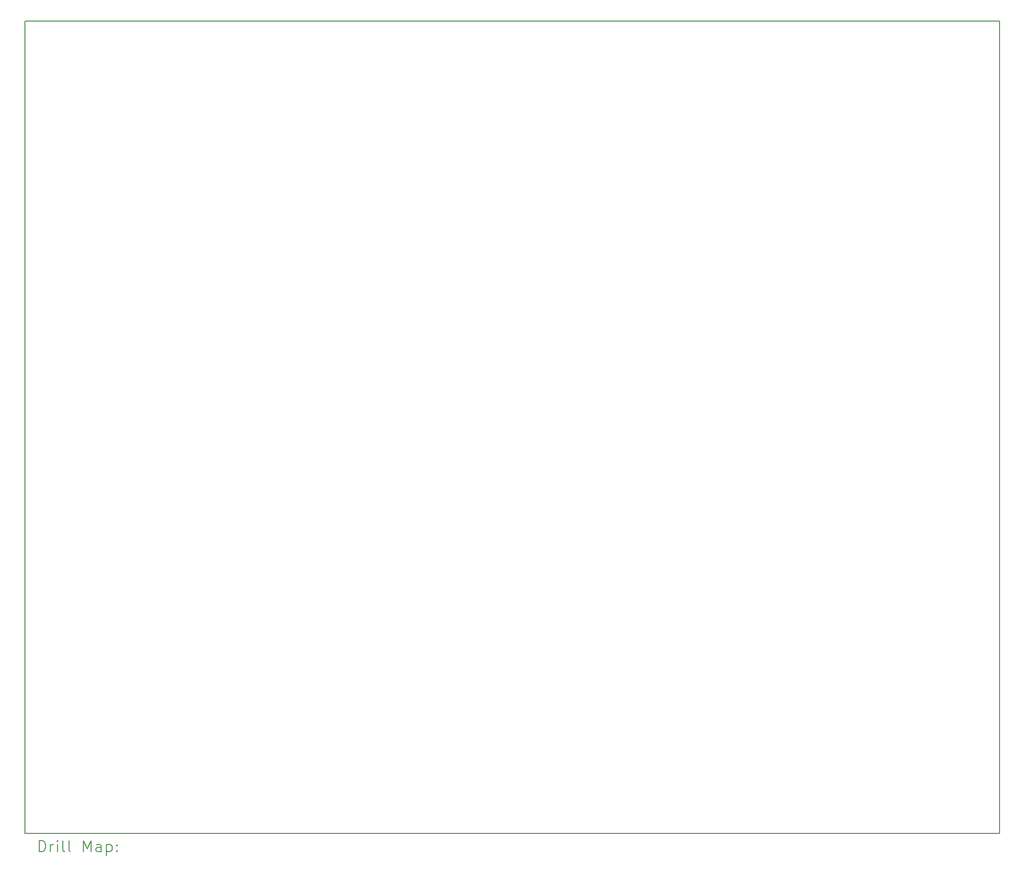
<source format=gbr>
%TF.GenerationSoftware,KiCad,Pcbnew,7.0.6*%
%TF.CreationDate,2024-10-30T10:37:01-05:00*%
%TF.ProjectId,AcCCS,41634343-532e-46b6-9963-61645f706362,rev?*%
%TF.SameCoordinates,Original*%
%TF.FileFunction,Drillmap*%
%TF.FilePolarity,Positive*%
%FSLAX45Y45*%
G04 Gerber Fmt 4.5, Leading zero omitted, Abs format (unit mm)*
G04 Created by KiCad (PCBNEW 7.0.6) date 2024-10-30 10:37:01*
%MOMM*%
%LPD*%
G01*
G04 APERTURE LIST*
%ADD10C,0.200000*%
G04 APERTURE END LIST*
D10*
X5588000Y-1382095D02*
X22796500Y-1382095D01*
X22796500Y-15733095D01*
X5588000Y-15733095D01*
X5588000Y-1382095D01*
X5838777Y-16054579D02*
X5838777Y-15854579D01*
X5838777Y-15854579D02*
X5886396Y-15854579D01*
X5886396Y-15854579D02*
X5914967Y-15864103D01*
X5914967Y-15864103D02*
X5934015Y-15883150D01*
X5934015Y-15883150D02*
X5943539Y-15902198D01*
X5943539Y-15902198D02*
X5953062Y-15940293D01*
X5953062Y-15940293D02*
X5953062Y-15968864D01*
X5953062Y-15968864D02*
X5943539Y-16006960D01*
X5943539Y-16006960D02*
X5934015Y-16026007D01*
X5934015Y-16026007D02*
X5914967Y-16045055D01*
X5914967Y-16045055D02*
X5886396Y-16054579D01*
X5886396Y-16054579D02*
X5838777Y-16054579D01*
X6038777Y-16054579D02*
X6038777Y-15921245D01*
X6038777Y-15959341D02*
X6048301Y-15940293D01*
X6048301Y-15940293D02*
X6057824Y-15930769D01*
X6057824Y-15930769D02*
X6076872Y-15921245D01*
X6076872Y-15921245D02*
X6095920Y-15921245D01*
X6162586Y-16054579D02*
X6162586Y-15921245D01*
X6162586Y-15854579D02*
X6153062Y-15864103D01*
X6153062Y-15864103D02*
X6162586Y-15873626D01*
X6162586Y-15873626D02*
X6172110Y-15864103D01*
X6172110Y-15864103D02*
X6162586Y-15854579D01*
X6162586Y-15854579D02*
X6162586Y-15873626D01*
X6286396Y-16054579D02*
X6267348Y-16045055D01*
X6267348Y-16045055D02*
X6257824Y-16026007D01*
X6257824Y-16026007D02*
X6257824Y-15854579D01*
X6391158Y-16054579D02*
X6372110Y-16045055D01*
X6372110Y-16045055D02*
X6362586Y-16026007D01*
X6362586Y-16026007D02*
X6362586Y-15854579D01*
X6619729Y-16054579D02*
X6619729Y-15854579D01*
X6619729Y-15854579D02*
X6686396Y-15997436D01*
X6686396Y-15997436D02*
X6753062Y-15854579D01*
X6753062Y-15854579D02*
X6753062Y-16054579D01*
X6934015Y-16054579D02*
X6934015Y-15949817D01*
X6934015Y-15949817D02*
X6924491Y-15930769D01*
X6924491Y-15930769D02*
X6905443Y-15921245D01*
X6905443Y-15921245D02*
X6867348Y-15921245D01*
X6867348Y-15921245D02*
X6848301Y-15930769D01*
X6934015Y-16045055D02*
X6914967Y-16054579D01*
X6914967Y-16054579D02*
X6867348Y-16054579D01*
X6867348Y-16054579D02*
X6848301Y-16045055D01*
X6848301Y-16045055D02*
X6838777Y-16026007D01*
X6838777Y-16026007D02*
X6838777Y-16006960D01*
X6838777Y-16006960D02*
X6848301Y-15987912D01*
X6848301Y-15987912D02*
X6867348Y-15978388D01*
X6867348Y-15978388D02*
X6914967Y-15978388D01*
X6914967Y-15978388D02*
X6934015Y-15968864D01*
X7029253Y-15921245D02*
X7029253Y-16121245D01*
X7029253Y-15930769D02*
X7048301Y-15921245D01*
X7048301Y-15921245D02*
X7086396Y-15921245D01*
X7086396Y-15921245D02*
X7105443Y-15930769D01*
X7105443Y-15930769D02*
X7114967Y-15940293D01*
X7114967Y-15940293D02*
X7124491Y-15959341D01*
X7124491Y-15959341D02*
X7124491Y-16016483D01*
X7124491Y-16016483D02*
X7114967Y-16035531D01*
X7114967Y-16035531D02*
X7105443Y-16045055D01*
X7105443Y-16045055D02*
X7086396Y-16054579D01*
X7086396Y-16054579D02*
X7048301Y-16054579D01*
X7048301Y-16054579D02*
X7029253Y-16045055D01*
X7210205Y-16035531D02*
X7219729Y-16045055D01*
X7219729Y-16045055D02*
X7210205Y-16054579D01*
X7210205Y-16054579D02*
X7200682Y-16045055D01*
X7200682Y-16045055D02*
X7210205Y-16035531D01*
X7210205Y-16035531D02*
X7210205Y-16054579D01*
X7210205Y-15930769D02*
X7219729Y-15940293D01*
X7219729Y-15940293D02*
X7210205Y-15949817D01*
X7210205Y-15949817D02*
X7200682Y-15940293D01*
X7200682Y-15940293D02*
X7210205Y-15930769D01*
X7210205Y-15930769D02*
X7210205Y-15949817D01*
M02*

</source>
